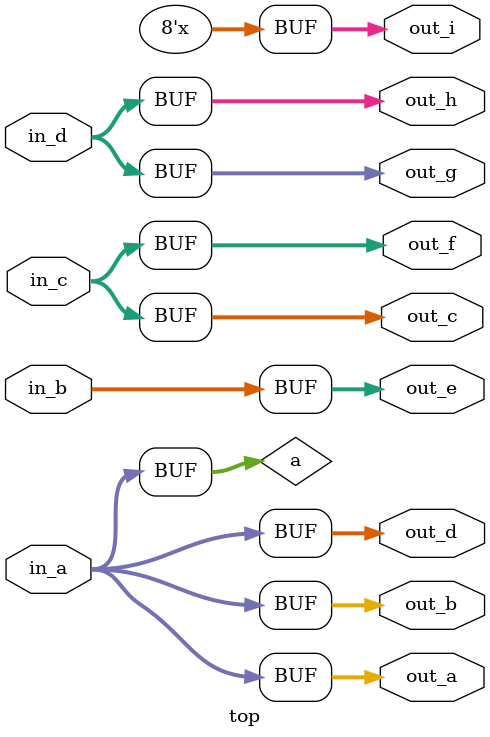
<source format=sv>
module top (
	output logic [7:0] out_a,
	output logic [7:0] out_b,
	output logic [7:0] out_c,
	output logic [7:0] out_d,
	output logic [7:0] out_e,
	output logic [7:0] out_f,
	output logic [7:0] out_g,
	output logic [7:0] out_h,
	output logic [7:0] out_i,
	input logic [7:0] in_a,
	input logic [7:0] in_b,
	input logic [7:0] in_c,
	input logic [7:0] in_d
);

	logic [7:0] a;

	assign out_i = 8'hx;
	assign out_a = in_a;
	assign out_b = in_a;
	assign out_d = in_a;
	assign a = in_a;
	assign out_e = in_b;
	assign out_c = in_c;
	assign out_f = in_c;
	assign out_g = in_d;
	assign out_h = in_d;
endmodule



</source>
